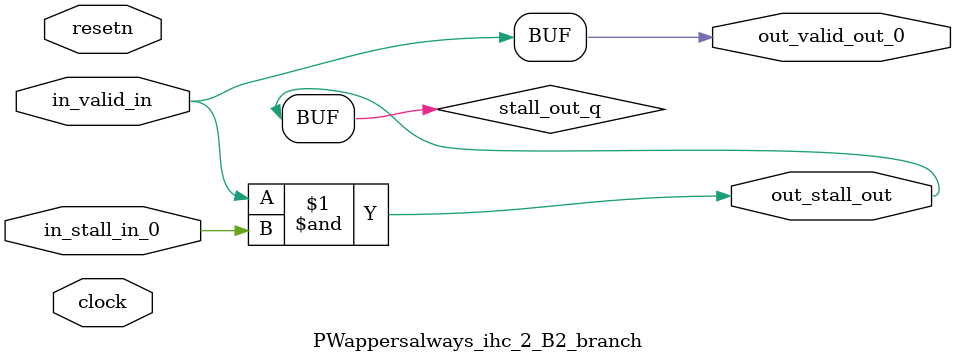
<source format=sv>



(* altera_attribute = "-name AUTO_SHIFT_REGISTER_RECOGNITION OFF; -name MESSAGE_DISABLE 10036; -name MESSAGE_DISABLE 10037; -name MESSAGE_DISABLE 14130; -name MESSAGE_DISABLE 14320; -name MESSAGE_DISABLE 15400; -name MESSAGE_DISABLE 14130; -name MESSAGE_DISABLE 10036; -name MESSAGE_DISABLE 12020; -name MESSAGE_DISABLE 12030; -name MESSAGE_DISABLE 12010; -name MESSAGE_DISABLE 12110; -name MESSAGE_DISABLE 14320; -name MESSAGE_DISABLE 13410; -name MESSAGE_DISABLE 113007; -name MESSAGE_DISABLE 10958" *)
module PWappersalways_ihc_2_B2_branch (
    input wire [0:0] in_stall_in_0,
    input wire [0:0] in_valid_in,
    output wire [0:0] out_stall_out,
    output wire [0:0] out_valid_out_0,
    input wire clock,
    input wire resetn
    );

    wire [0:0] stall_out_q;


    // stall_out(LOGICAL,6)
    assign stall_out_q = in_valid_in & in_stall_in_0;

    // out_stall_out(GPOUT,4)
    assign out_stall_out = stall_out_q;

    // out_valid_out_0(GPOUT,5)
    assign out_valid_out_0 = in_valid_in;

endmodule

</source>
